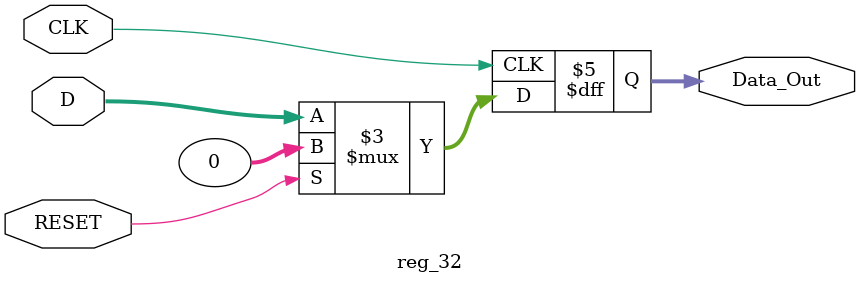
<source format=sv>
module reg_32 (input  logic CLK, RESET, 
              input  logic [31:0]  D,
              //output logic Shift_Out,
              output logic [31:0]  Data_Out);

    always_ff @ (posedge CLK)
    begin
	 	 if (RESET) //notice, this is a sycnrhonous reset, which is recommended on the FPGA
			  Data_Out <= 32'h0;
		 else //if (Load)
			  Data_Out <= D;
/*		 else if (Shift_En)
		 begin
			  //concatenate shifted in data to the previous left-most 3 bits
			  //note this works because we are in always_ff procedure block
			  Data_Out <= { Shift_In, Data_Out[31:1] }; 
	    end  */
    end
	
//    assign Shift_Out = Data_Out[0];

endmodule

</source>
